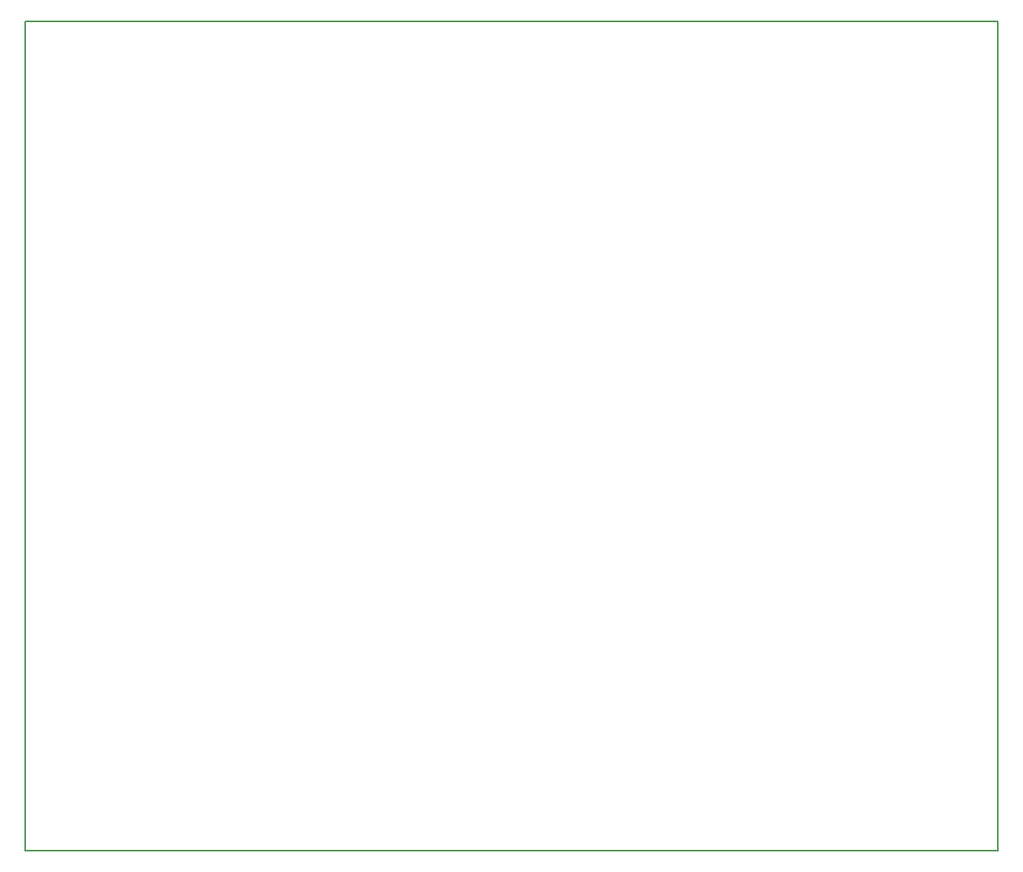
<source format=gbr>
G04 #@! TF.GenerationSoftware,KiCad,Pcbnew,5.0.2+dfsg1-1~bpo9+1*
G04 #@! TF.CreationDate,2019-02-21T15:21:30-05:00*
G04 #@! TF.ProjectId,nu.ai_motor_controller,6e752e61-695f-46d6-9f74-6f725f636f6e,rev?*
G04 #@! TF.SameCoordinates,Original*
G04 #@! TF.FileFunction,Profile,NP*
%FSLAX46Y46*%
G04 Gerber Fmt 4.6, Leading zero omitted, Abs format (unit mm)*
G04 Created by KiCad (PCBNEW 5.0.2+dfsg1-1~bpo9+1) date Thu 21 Feb 2019 03:21:30 PM EST*
%MOMM*%
%LPD*%
G01*
G04 APERTURE LIST*
%ADD10C,0.150000*%
G04 APERTURE END LIST*
D10*
X182970000Y-134900000D02*
X74970000Y-134900000D01*
X182970000Y-42900000D02*
X182970000Y-134900000D01*
X74970000Y-42900000D02*
X182970000Y-42900000D01*
X74970000Y-134900000D02*
X74970000Y-42900000D01*
M02*

</source>
